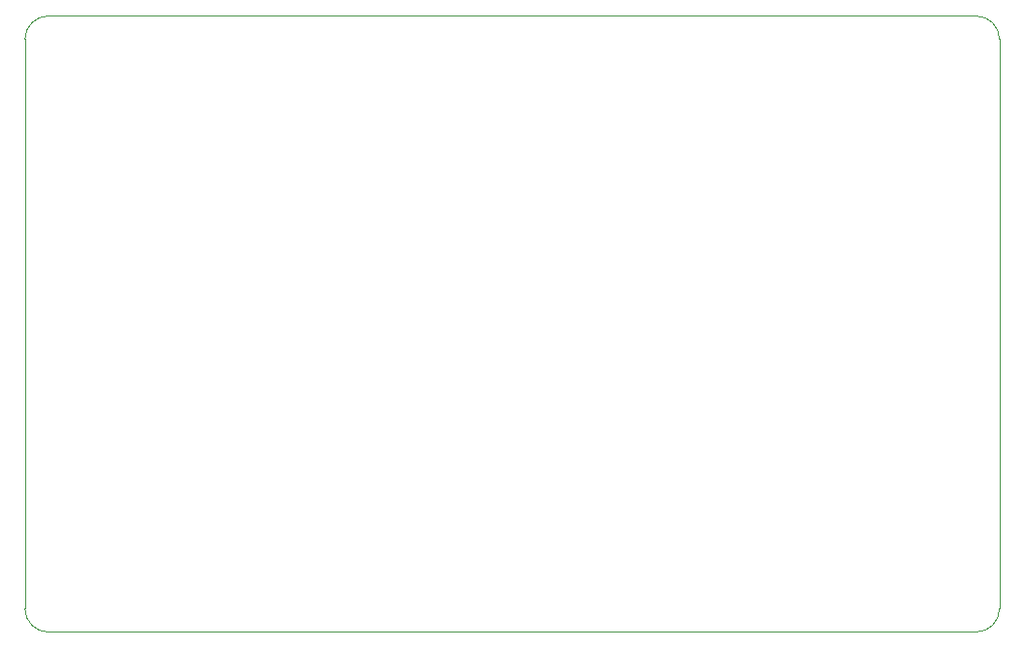
<source format=gbr>
G04 #@! TF.GenerationSoftware,KiCad,Pcbnew,8.0.4-unknown-202407162209~ee573a1480~ubuntu24.04.1*
G04 #@! TF.CreationDate,2024-08-25T10:10:20+01:00*
G04 #@! TF.ProjectId,ZXMUX Tester,5a584d55-5820-4546-9573-7465722e6b69,1.1*
G04 #@! TF.SameCoordinates,Original*
G04 #@! TF.FileFunction,Profile,NP*
%FSLAX46Y46*%
G04 Gerber Fmt 4.6, Leading zero omitted, Abs format (unit mm)*
G04 Created by KiCad (PCBNEW 8.0.4-unknown-202407162209~ee573a1480~ubuntu24.04.1) date 2024-08-25 10:10:20*
%MOMM*%
%LPD*%
G01*
G04 APERTURE LIST*
G04 #@! TA.AperFunction,Profile*
%ADD10C,0.100000*%
G04 #@! TD*
G04 APERTURE END LIST*
D10*
X211582000Y-105918000D02*
G75*
G02*
X209550000Y-107950000I-2032000J0D01*
G01*
X128524000Y-107950000D02*
G75*
G02*
X126492000Y-105918000I0J2032000D01*
G01*
X209550000Y-107950000D02*
X128524000Y-107950000D01*
X128524000Y-54102000D02*
X209550000Y-54102000D01*
X126492000Y-56134000D02*
G75*
G02*
X128524000Y-54102000I2032000J0D01*
G01*
X126492000Y-105918000D02*
X126492000Y-56134000D01*
X211582000Y-56134000D02*
X211582000Y-105918000D01*
X209550000Y-54102000D02*
G75*
G02*
X211582000Y-56134000I0J-2032000D01*
G01*
M02*

</source>
